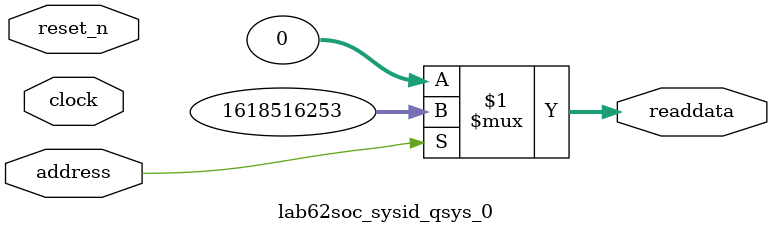
<source format=v>



// synthesis translate_off
`timescale 1ns / 1ps
// synthesis translate_on

// turn off superfluous verilog processor warnings 
// altera message_level Level1 
// altera message_off 10034 10035 10036 10037 10230 10240 10030 

module lab62soc_sysid_qsys_0 (
               // inputs:
                address,
                clock,
                reset_n,

               // outputs:
                readdata
             )
;

  output  [ 31: 0] readdata;
  input            address;
  input            clock;
  input            reset_n;

  wire    [ 31: 0] readdata;
  //control_slave, which is an e_avalon_slave
  assign readdata = address ? 1618516253 : 0;

endmodule



</source>
